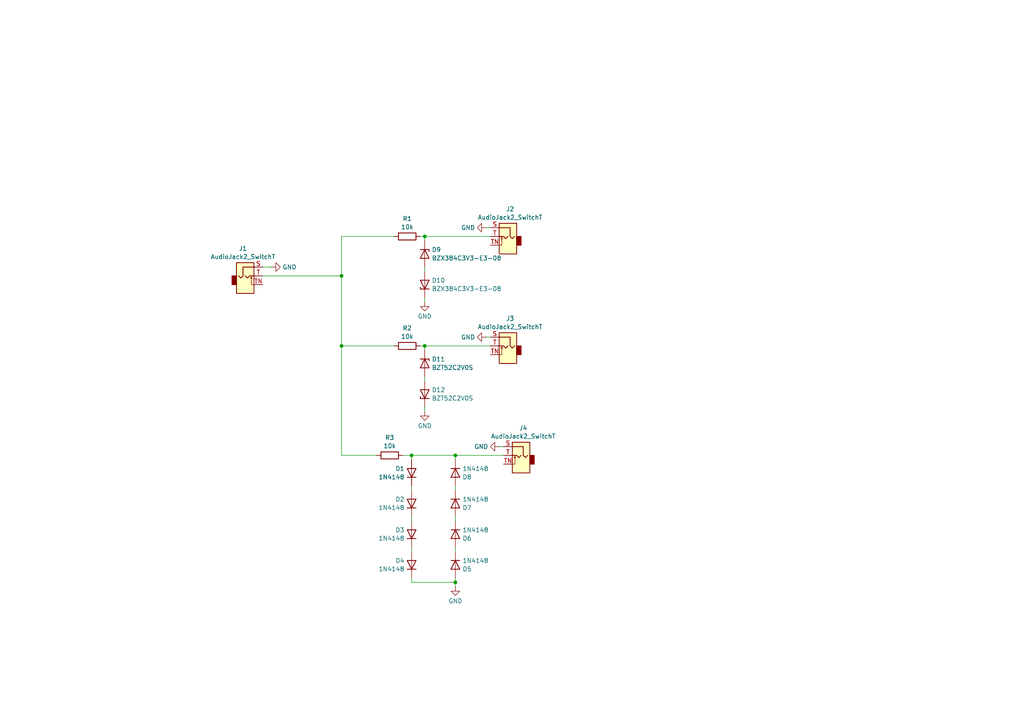
<source format=kicad_sch>
(kicad_sch (version 20231120) (generator "eeschema") (generator_version "8.0")
  (paper "A4")
  (lib_symbols
    (symbol "Connector_Audio:AudioJack2_SwitchT"
      (property "Reference" "J" (at 0 8.89 0))
      (property "Value" "AudioJack2_SwitchT" (at 0 6.35 0))
      (symbol "AudioJack2_SwitchT_0_1"
        (rectangle (start -2.54 0) (end -3.81 -2.54) (stroke (width 0.254)) (fill (type outline)))
        (polyline (pts (xy 1.778 -0.254) (xy 2.032 -0.762)))
        (polyline (pts (xy 0 0) (xy 0.635 -0.635) (xy 1.27 0) (xy 2.54 0)) (stroke (width 0.254)))
        (polyline (pts (xy 2.54 -2.54) (xy 1.778 -2.54) (xy 1.778 -0.254) (xy 1.524 -0.762)))
        (polyline (pts (xy 2.54 2.54) (xy -0.635 2.54) (xy -0.635 0) (xy -1.27 -0.635) (xy -1.905 0)) (stroke (width 0.254)))
        (rectangle (start 2.54 3.81) (end -2.54 -5.08) (stroke (width 0.254)) (fill (type background)))
      )
      (symbol "AudioJack2_SwitchT_1_1"
        (pin passive line (at 5.08 2.54 180) (length 2.54) (name "~") (number "S"))
        (pin passive line (at 5.08 0 180) (length 2.54) (name "~") (number "T"))
        (pin passive line (at 5.08 -2.54 180) (length 2.54) (name "~") (number "TN"))
      )
    )
    (symbol "Device:D" (pin_numbers hide) (pin_names (offset 1.016) hide)
      (property "Reference" "D" (at 0 2.54 0))
      (property "Value" "D" (at 0 -2.54 0))
      (symbol "D_0_1"
        (polyline (pts (xy -1.27 1.27) (xy -1.27 -1.27)) (stroke (width 0.254)))
        (polyline (pts (xy 1.27 0) (xy -1.27 0)))
        (polyline (pts (xy 1.27 1.27) (xy 1.27 -1.27) (xy -1.27 0) (xy 1.27 1.27)) (stroke (width 0.254)))
      )
      (symbol "D_1_1"
        (pin passive line (at -3.81 0 0) (length 2.54) (name "K") (number "1"))
        (pin passive line (at 3.81 0 180) (length 2.54) (name "A") (number "2"))
      )
    )
    (symbol "Device:D_Zener" (pin_numbers hide) (pin_names (offset 1.016) hide)
      (property "Reference" "D" (at 0 2.54 0))
      (property "Value" "D_Zener" (at 0 -2.54 0))
      (symbol "D_Zener_0_1"
        (polyline (pts (xy 1.27 0) (xy -1.27 0)))
        (polyline (pts (xy -1.27 -1.27) (xy -1.27 1.27) (xy -0.762 1.27)) (stroke (width 0.254)))
        (polyline (pts (xy 1.27 -1.27) (xy 1.27 1.27) (xy -1.27 0) (xy 1.27 -1.27)) (stroke (width 0.254)))
      )
      (symbol "D_Zener_1_1"
        (pin passive line (at -3.81 0 0) (length 2.54) (name "K") (number "1"))
        (pin passive line (at 3.81 0 180) (length 2.54) (name "A") (number "2"))
      )
    )
    (symbol "Device:R" (pin_numbers hide) (pin_names (offset 0))
      (property "Reference" "R" (at 2.032 0 90))
      (property "Value" "R" (at 0 0 90))
      (symbol "R_0_1"
        (rectangle (start -1.016 -2.54) (end 1.016 2.54) (stroke (width 0.254)))
      )
      (symbol "R_1_1"
        (pin passive line (at 0 3.81 270) (length 1.27) (name "~") (number "1"))
        (pin passive line (at 0 -3.81 90) (length 1.27) (name "~") (number "2"))
      )
    )
    (symbol "power:GND" (power) (pin_numbers hide) (pin_names (offset 0) hide)
      (property "Value" "GND" (at 0 -3.81 0))
      (symbol "GND_0_1"
        (polyline (pts (xy 0 0) (xy 0 -1.27) (xy 1.27 -1.27) (xy 0 -2.54) (xy -1.27 -1.27) (xy 0 -1.27)))
      )
      (symbol "GND_1_1"
        (pin power_in line (at 0 0 270) (length 0) (name "~") (number "1"))
      )
    )
  )
  (junction (at 132.08 132.08))
  (junction (at 99.06 80.01))
  (junction (at 123.19 100.33))
  (junction (at 119.38 132.08))
  (junction (at 132.08 168.91))
  (junction (at 99.06 100.33))
  (junction (at 123.19 68.58))
  (wire (pts (xy 132.08 167.64) (xy 132.08 168.91)))
  (wire (pts (xy 123.19 101.6) (xy 123.19 100.33)))
  (wire (pts (xy 76.2 77.47) (xy 78.74 77.47)))
  (wire (pts (xy 119.38 158.75) (xy 119.38 160.02)))
  (wire (pts (xy 119.38 132.08) (xy 119.38 133.35)))
  (wire (pts (xy 132.08 132.08) (xy 132.08 133.35)))
  (wire (pts (xy 123.19 109.22) (xy 123.19 110.49)))
  (wire (pts (xy 119.38 132.08) (xy 132.08 132.08)))
  (wire (pts (xy 123.19 118.11) (xy 123.19 119.38)))
  (wire (pts (xy 99.06 80.01) (xy 99.06 100.33)))
  (wire (pts (xy 99.06 68.58) (xy 114.3 68.58)))
  (wire (pts (xy 119.38 167.64) (xy 119.38 168.91)))
  (wire (pts (xy 132.08 158.75) (xy 132.08 160.02)))
  (wire (pts (xy 123.19 100.33) (xy 142.24 100.33)))
  (wire (pts (xy 132.08 168.91) (xy 132.08 170.18)))
  (wire (pts (xy 144.78 129.54) (xy 146.05 129.54)))
  (wire (pts (xy 99.06 132.08) (xy 109.22 132.08)))
  (wire (pts (xy 123.19 68.58) (xy 142.24 68.58)))
  (wire (pts (xy 99.06 100.33) (xy 114.3 100.33)))
  (wire (pts (xy 123.19 69.85) (xy 123.19 68.58)))
  (wire (pts (xy 116.84 132.08) (xy 119.38 132.08)))
  (wire (pts (xy 123.19 68.58) (xy 121.92 68.58)))
  (wire (pts (xy 119.38 149.86) (xy 119.38 151.13)))
  (wire (pts (xy 140.97 97.79) (xy 142.24 97.79)))
  (wire (pts (xy 119.38 168.91) (xy 132.08 168.91)))
  (wire (pts (xy 123.19 77.47) (xy 123.19 78.74)))
  (wire (pts (xy 123.19 86.36) (xy 123.19 87.63)))
  (wire (pts (xy 76.2 80.01) (xy 99.06 80.01)))
  (wire (pts (xy 132.08 149.86) (xy 132.08 151.13)))
  (wire (pts (xy 119.38 140.97) (xy 119.38 142.24)))
  (wire (pts (xy 132.08 140.97) (xy 132.08 142.24)))
  (wire (pts (xy 132.08 132.08) (xy 146.05 132.08)))
  (wire (pts (xy 123.19 100.33) (xy 121.92 100.33)))
  (wire (pts (xy 99.06 80.01) (xy 99.06 68.58)))
  (wire (pts (xy 140.97 66.04) (xy 142.24 66.04)))
  (wire (pts (xy 99.06 100.33) (xy 99.06 132.08)))
  (symbol (lib_id "Device:D_Zener") (at 123.19 82.55 90) (unit 1)
    (property "Reference" "D10" (at 125.222 81.3378 90) (effects (justify right)))
    (property "Value" "BZX384C3V3-E3-08" (at 125.222 83.7621 90) (effects (justify right)))
    (property "Footprint" "Diode_SMD:D_SOD-323_HandSoldering" (effects (hide yes)))
    (property "Description" "Zener diode" (effects (hide yes)))
  )
  (symbol (lib_id "Device:D_Zener") (at 123.19 73.66 270) (unit 1)
    (property "Reference" "D9" (at 125.222 72.4478 90) (effects (justify left)))
    (property "Value" "BZX384C3V3-E3-08" (at 125.222 74.8721 90) (effects (justify left)))
    (property "Footprint" "Diode_SMD:D_SOD-323_HandSoldering" (effects (hide yes)))
    (property "Description" "Zener diode" (effects (hide yes)))
  )
  (symbol (lib_id "power:GND") (at 123.19 87.63 0) (unit 1)
    (property "Reference" "#PWR01" (effects (hide yes)))
    (property "Value" "GND" (at 123.19 91.7631 0))
    (property "Description" "Power symbol creates a global label with name \"GND\" , ground" (effects (hide yes)))
  )
  (symbol (lib_id "power:GND") (at 123.19 119.38 0) (unit 1)
    (property "Reference" "#PWR03" (effects (hide yes)))
    (property "Value" "GND" (at 123.19 123.5131 0))
    (property "Description" "Power symbol creates a global label with name \"GND\" , ground" (effects (hide yes)))
  )
  (symbol (lib_id "Connector_Audio:AudioJack2_SwitchT") (at 147.32 100.33 0) (mirror y) (unit 1)
    (property "Reference" "J3" (at 147.955 92.3755 0))
    (property "Value" "AudioJack2_SwitchT" (at 147.955 94.7998 0))
    (property "Footprint" "Custom_FP:PJ398SM" (effects (hide yes)))
    (property "Description" "Audio Jack, 2 Poles (Mono / TS), Switched T Pole (Normalling)" (effects (hide yes)))
  )
  (symbol (lib_id "Device:D") (at 119.38 154.94 270) (mirror x) (unit 1)
    (property "Reference" "D3" (at 117.348 153.7278 90) (effects (justify right)))
    (property "Value" "1N4148" (at 117.348 156.1521 90) (effects (justify right)))
    (property "Footprint" "Diode_SMD:D_SOD-323_HandSoldering" (effects (hide yes)))
    (property "Description" "Diode" (effects (hide yes)))
    (property "Sim.Device" "D" (effects (hide yes)))
    (property "Sim.Pins" "1=K 2=A" (effects (hide yes)))
  )
  (symbol (lib_id "Connector_Audio:AudioJack2_SwitchT") (at 147.32 68.58 0) (mirror y) (unit 1)
    (property "Reference" "J2" (at 147.955 60.6255 0))
    (property "Value" "AudioJack2_SwitchT" (at 147.955 63.0498 0))
    (property "Footprint" "Custom_FP:PJ398SM" (effects (hide yes)))
    (property "Description" "Audio Jack, 2 Poles (Mono / TS), Switched T Pole (Normalling)" (effects (hide yes)))
  )
  (symbol (lib_id "Device:D") (at 119.38 163.83 270) (mirror x) (unit 1)
    (property "Reference" "D4" (at 117.348 162.6178 90) (effects (justify right)))
    (property "Value" "1N4148" (at 117.348 165.0421 90) (effects (justify right)))
    (property "Footprint" "Diode_SMD:D_SOD-323_HandSoldering" (effects (hide yes)))
    (property "Description" "Diode" (effects (hide yes)))
    (property "Sim.Device" "D" (effects (hide yes)))
    (property "Sim.Pins" "1=K 2=A" (effects (hide yes)))
  )
  (symbol (lib_id "power:GND") (at 144.78 129.54 270) (unit 1)
    (property "Reference" "#PWR05" (effects (hide yes)))
    (property "Value" "GND" (at 141.6051 129.54 90) (effects (justify right)))
    (property "Description" "Power symbol creates a global label with name \"GND\" , ground" (effects (hide yes)))
  )
  (symbol (lib_id "Device:R") (at 113.03 132.08 90) (unit 1)
    (property "Reference" "R3" (at 113.03 126.9195 90))
    (property "Value" "10k" (at 113.03 129.3438 90))
    (property "Footprint" "Resistor_SMD:R_0603_1608Metric" (effects (hide yes)))
    (property "Description" "Resistor" (effects (hide yes)))
  )
  (symbol (lib_id "Device:R") (at 118.11 68.58 90) (unit 1)
    (property "Reference" "R1" (at 118.11 63.4195 90))
    (property "Value" "10k" (at 118.11 65.8438 90))
    (property "Footprint" "Resistor_SMD:R_0603_1608Metric" (effects (hide yes)))
    (property "Description" "Resistor" (effects (hide yes)))
  )
  (symbol (lib_id "Device:D") (at 119.38 146.05 270) (mirror x) (unit 1)
    (property "Reference" "D2" (at 117.348 144.8378 90) (effects (justify right)))
    (property "Value" "1N4148" (at 117.348 147.2621 90) (effects (justify right)))
    (property "Footprint" "Diode_SMD:D_SOD-323_HandSoldering" (effects (hide yes)))
    (property "Description" "Diode" (effects (hide yes)))
    (property "Sim.Device" "D" (effects (hide yes)))
    (property "Sim.Pins" "1=K 2=A" (effects (hide yes)))
  )
  (symbol (lib_id "Connector_Audio:AudioJack2_SwitchT") (at 71.12 80.01 0) (unit 1)
    (property "Reference" "J1" (at 70.485 72.0555 0))
    (property "Value" "AudioJack2_SwitchT" (at 70.485 74.4798 0))
    (property "Footprint" "Custom_FP:PJ398SM" (effects (hide yes)))
    (property "Description" "Audio Jack, 2 Poles (Mono / TS), Switched T Pole (Normalling)" (effects (hide yes)))
  )
  (symbol (lib_id "Device:D") (at 132.08 137.16 90) (mirror x) (unit 1)
    (property "Reference" "D8" (at 134.112 138.3722 90) (effects (justify right)))
    (property "Value" "1N4148" (at 134.112 135.9479 90) (effects (justify right)))
    (property "Footprint" "Diode_SMD:D_SOD-323_HandSoldering" (effects (hide yes)))
    (property "Description" "Diode" (effects (hide yes)))
    (property "Sim.Device" "D" (effects (hide yes)))
    (property "Sim.Pins" "1=K 2=A" (effects (hide yes)))
  )
  (symbol (lib_id "power:GND") (at 140.97 66.04 270) (unit 1)
    (property "Reference" "#PWR02" (effects (hide yes)))
    (property "Value" "GND" (at 137.7951 66.04 90) (effects (justify right)))
    (property "Description" "Power symbol creates a global label with name \"GND\" , ground" (effects (hide yes)))
  )
  (symbol (lib_id "Device:D") (at 132.08 146.05 90) (mirror x) (unit 1)
    (property "Reference" "D7" (at 134.112 147.2622 90) (effects (justify right)))
    (property "Value" "1N4148" (at 134.112 144.8379 90) (effects (justify right)))
    (property "Footprint" "Diode_SMD:D_SOD-323_HandSoldering" (effects (hide yes)))
    (property "Description" "Diode" (effects (hide yes)))
    (property "Sim.Device" "D" (effects (hide yes)))
    (property "Sim.Pins" "1=K 2=A" (effects (hide yes)))
  )
  (symbol (lib_id "Connector_Audio:AudioJack2_SwitchT") (at 151.13 132.08 0) (mirror y) (unit 1)
    (property "Reference" "J4" (at 151.765 124.1255 0))
    (property "Value" "AudioJack2_SwitchT" (at 151.765 126.5498 0))
    (property "Footprint" "Custom_FP:PJ398SM" (effects (hide yes)))
    (property "Description" "Audio Jack, 2 Poles (Mono / TS), Switched T Pole (Normalling)" (effects (hide yes)))
  )
  (symbol (lib_id "power:GND") (at 78.74 77.47 90) (unit 1)
    (property "Reference" "#PWR07" (effects (hide yes)))
    (property "Value" "GND" (at 81.915 77.47 90) (effects (justify right)))
    (property "Description" "Power symbol creates a global label with name \"GND\" , ground" (effects (hide yes)))
  )
  (symbol (lib_id "power:GND") (at 132.08 170.18 0) (unit 1)
    (property "Reference" "#PWR06" (effects (hide yes)))
    (property "Value" "GND" (at 132.08 174.3131 0))
    (property "Description" "Power symbol creates a global label with name \"GND\" , ground" (effects (hide yes)))
  )
  (symbol (lib_id "power:GND") (at 140.97 97.79 270) (unit 1)
    (property "Reference" "#PWR04" (effects (hide yes)))
    (property "Value" "GND" (at 137.7951 97.79 90) (effects (justify right)))
    (property "Description" "Power symbol creates a global label with name \"GND\" , ground" (effects (hide yes)))
  )
  (symbol (lib_id "Device:R") (at 118.11 100.33 90) (unit 1)
    (property "Reference" "R2" (at 118.11 95.1695 90))
    (property "Value" "10k" (at 118.11 97.5938 90))
    (property "Footprint" "Resistor_SMD:R_0603_1608Metric" (effects (hide yes)))
    (property "Description" "Resistor" (effects (hide yes)))
  )
  (symbol (lib_id "Device:D_Zener") (at 123.19 114.3 90) (unit 1)
    (property "Reference" "D12" (at 125.222 113.0878 90) (effects (justify right)))
    (property "Value" "BZT52C2V0S" (at 125.222 115.5121 90) (effects (justify right)))
    (property "Footprint" "Diode_SMD:D_SOD-323_HandSoldering" (effects (hide yes)))
    (property "Description" "Zener diode" (effects (hide yes)))
  )
  (symbol (lib_id "Device:D_Zener") (at 123.19 105.41 270) (unit 1)
    (property "Reference" "D11" (at 125.222 104.1978 90) (effects (justify left)))
    (property "Value" "BZT52C2V0S" (at 125.222 106.6221 90) (effects (justify left)))
    (property "Footprint" "Diode_SMD:D_SOD-323_HandSoldering" (effects (hide yes)))
    (property "Description" "Zener diode" (effects (hide yes)))
  )
  (symbol (lib_id "Device:D") (at 119.38 137.16 270) (mirror x) (unit 1)
    (property "Reference" "D1" (at 117.348 135.9478 90) (effects (justify right)))
    (property "Value" "1N4148" (at 117.348 138.3721 90) (effects (justify right)))
    (property "Footprint" "Diode_SMD:D_SOD-323_HandSoldering" (effects (hide yes)))
    (property "Description" "Diode" (effects (hide yes)))
    (property "Sim.Device" "D" (effects (hide yes)))
    (property "Sim.Pins" "1=K 2=A" (effects (hide yes)))
  )
  (symbol (lib_id "Device:D") (at 132.08 154.94 90) (mirror x) (unit 1)
    (property "Reference" "D6" (at 134.112 156.1522 90) (effects (justify right)))
    (property "Value" "1N4148" (at 134.112 153.7279 90) (effects (justify right)))
    (property "Footprint" "Diode_SMD:D_SOD-323_HandSoldering" (effects (hide yes)))
    (property "Description" "Diode" (effects (hide yes)))
    (property "Sim.Device" "D" (effects (hide yes)))
    (property "Sim.Pins" "1=K 2=A" (effects (hide yes)))
  )
  (symbol (lib_id "Device:D") (at 132.08 163.83 90) (mirror x) (unit 1)
    (property "Reference" "D5" (at 134.112 165.0422 90) (effects (justify right)))
    (property "Value" "1N4148" (at 134.112 162.6179 90) (effects (justify right)))
    (property "Footprint" "Diode_SMD:D_SOD-323_HandSoldering" (effects (hide yes)))
    (property "Description" "Diode" (effects (hide yes)))
    (property "Sim.Device" "D" (effects (hide yes)))
    (property "Sim.Pins" "1=K 2=A" (effects (hide yes)))
  )
)
</source>
